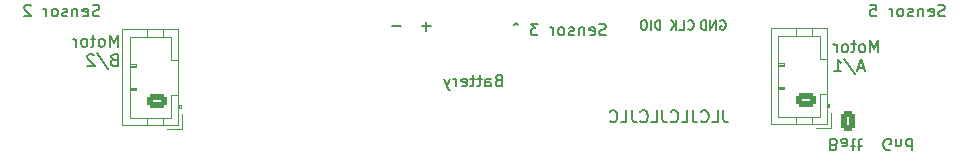
<source format=gbo>
G04 #@! TF.GenerationSoftware,KiCad,Pcbnew,7.0.2-0*
G04 #@! TF.CreationDate,2024-01-02T14:26:46-05:00*
G04 #@! TF.ProjectId,GTV,4754562e-6b69-4636-9164-5f7063625858,rev?*
G04 #@! TF.SameCoordinates,Original*
G04 #@! TF.FileFunction,Legend,Bot*
G04 #@! TF.FilePolarity,Positive*
%FSLAX46Y46*%
G04 Gerber Fmt 4.6, Leading zero omitted, Abs format (unit mm)*
G04 Created by KiCad (PCBNEW 7.0.2-0) date 2024-01-02 14:26:46*
%MOMM*%
%LPD*%
G01*
G04 APERTURE LIST*
G04 Aperture macros list*
%AMRoundRect*
0 Rectangle with rounded corners*
0 $1 Rounding radius*
0 $2 $3 $4 $5 $6 $7 $8 $9 X,Y pos of 4 corners*
0 Add a 4 corners polygon primitive as box body*
4,1,4,$2,$3,$4,$5,$6,$7,$8,$9,$2,$3,0*
0 Add four circle primitives for the rounded corners*
1,1,$1+$1,$2,$3*
1,1,$1+$1,$4,$5*
1,1,$1+$1,$6,$7*
1,1,$1+$1,$8,$9*
0 Add four rect primitives between the rounded corners*
20,1,$1+$1,$2,$3,$4,$5,0*
20,1,$1+$1,$4,$5,$6,$7,0*
20,1,$1+$1,$6,$7,$8,$9,0*
20,1,$1+$1,$8,$9,$2,$3,0*%
G04 Aperture macros list end*
%ADD10C,0.150000*%
%ADD11C,0.120000*%
%ADD12R,1.700000X1.700000*%
%ADD13O,1.700000X1.700000*%
%ADD14RoundRect,0.250000X-0.350000X-0.625000X0.350000X-0.625000X0.350000X0.625000X-0.350000X0.625000X0*%
%ADD15O,1.200000X1.750000*%
%ADD16RoundRect,0.250000X0.625000X-0.350000X0.625000X0.350000X-0.625000X0.350000X-0.625000X-0.350000X0*%
%ADD17O,1.750000X1.200000*%
G04 APERTURE END LIST*
D10*
X178109523Y-108630000D02*
X177966666Y-108677619D01*
X177966666Y-108677619D02*
X177728571Y-108677619D01*
X177728571Y-108677619D02*
X177633333Y-108630000D01*
X177633333Y-108630000D02*
X177585714Y-108582380D01*
X177585714Y-108582380D02*
X177538095Y-108487142D01*
X177538095Y-108487142D02*
X177538095Y-108391904D01*
X177538095Y-108391904D02*
X177585714Y-108296666D01*
X177585714Y-108296666D02*
X177633333Y-108249047D01*
X177633333Y-108249047D02*
X177728571Y-108201428D01*
X177728571Y-108201428D02*
X177919047Y-108153809D01*
X177919047Y-108153809D02*
X178014285Y-108106190D01*
X178014285Y-108106190D02*
X178061904Y-108058571D01*
X178061904Y-108058571D02*
X178109523Y-107963333D01*
X178109523Y-107963333D02*
X178109523Y-107868095D01*
X178109523Y-107868095D02*
X178061904Y-107772857D01*
X178061904Y-107772857D02*
X178014285Y-107725238D01*
X178014285Y-107725238D02*
X177919047Y-107677619D01*
X177919047Y-107677619D02*
X177680952Y-107677619D01*
X177680952Y-107677619D02*
X177538095Y-107725238D01*
X176728571Y-108630000D02*
X176823809Y-108677619D01*
X176823809Y-108677619D02*
X177014285Y-108677619D01*
X177014285Y-108677619D02*
X177109523Y-108630000D01*
X177109523Y-108630000D02*
X177157142Y-108534761D01*
X177157142Y-108534761D02*
X177157142Y-108153809D01*
X177157142Y-108153809D02*
X177109523Y-108058571D01*
X177109523Y-108058571D02*
X177014285Y-108010952D01*
X177014285Y-108010952D02*
X176823809Y-108010952D01*
X176823809Y-108010952D02*
X176728571Y-108058571D01*
X176728571Y-108058571D02*
X176680952Y-108153809D01*
X176680952Y-108153809D02*
X176680952Y-108249047D01*
X176680952Y-108249047D02*
X177157142Y-108344285D01*
X176252380Y-108010952D02*
X176252380Y-108677619D01*
X176252380Y-108106190D02*
X176204761Y-108058571D01*
X176204761Y-108058571D02*
X176109523Y-108010952D01*
X176109523Y-108010952D02*
X175966666Y-108010952D01*
X175966666Y-108010952D02*
X175871428Y-108058571D01*
X175871428Y-108058571D02*
X175823809Y-108153809D01*
X175823809Y-108153809D02*
X175823809Y-108677619D01*
X175395237Y-108630000D02*
X175299999Y-108677619D01*
X175299999Y-108677619D02*
X175109523Y-108677619D01*
X175109523Y-108677619D02*
X175014285Y-108630000D01*
X175014285Y-108630000D02*
X174966666Y-108534761D01*
X174966666Y-108534761D02*
X174966666Y-108487142D01*
X174966666Y-108487142D02*
X175014285Y-108391904D01*
X175014285Y-108391904D02*
X175109523Y-108344285D01*
X175109523Y-108344285D02*
X175252380Y-108344285D01*
X175252380Y-108344285D02*
X175347618Y-108296666D01*
X175347618Y-108296666D02*
X175395237Y-108201428D01*
X175395237Y-108201428D02*
X175395237Y-108153809D01*
X175395237Y-108153809D02*
X175347618Y-108058571D01*
X175347618Y-108058571D02*
X175252380Y-108010952D01*
X175252380Y-108010952D02*
X175109523Y-108010952D01*
X175109523Y-108010952D02*
X175014285Y-108058571D01*
X174395237Y-108677619D02*
X174490475Y-108630000D01*
X174490475Y-108630000D02*
X174538094Y-108582380D01*
X174538094Y-108582380D02*
X174585713Y-108487142D01*
X174585713Y-108487142D02*
X174585713Y-108201428D01*
X174585713Y-108201428D02*
X174538094Y-108106190D01*
X174538094Y-108106190D02*
X174490475Y-108058571D01*
X174490475Y-108058571D02*
X174395237Y-108010952D01*
X174395237Y-108010952D02*
X174252380Y-108010952D01*
X174252380Y-108010952D02*
X174157142Y-108058571D01*
X174157142Y-108058571D02*
X174109523Y-108106190D01*
X174109523Y-108106190D02*
X174061904Y-108201428D01*
X174061904Y-108201428D02*
X174061904Y-108487142D01*
X174061904Y-108487142D02*
X174109523Y-108582380D01*
X174109523Y-108582380D02*
X174157142Y-108630000D01*
X174157142Y-108630000D02*
X174252380Y-108677619D01*
X174252380Y-108677619D02*
X174395237Y-108677619D01*
X173633332Y-108677619D02*
X173633332Y-108010952D01*
X173633332Y-108201428D02*
X173585713Y-108106190D01*
X173585713Y-108106190D02*
X173538094Y-108058571D01*
X173538094Y-108058571D02*
X173442856Y-108010952D01*
X173442856Y-108010952D02*
X173347618Y-108010952D01*
X172347617Y-107677619D02*
X171728570Y-107677619D01*
X171728570Y-107677619D02*
X172061903Y-108058571D01*
X172061903Y-108058571D02*
X171919046Y-108058571D01*
X171919046Y-108058571D02*
X171823808Y-108106190D01*
X171823808Y-108106190D02*
X171776189Y-108153809D01*
X171776189Y-108153809D02*
X171728570Y-108249047D01*
X171728570Y-108249047D02*
X171728570Y-108487142D01*
X171728570Y-108487142D02*
X171776189Y-108582380D01*
X171776189Y-108582380D02*
X171823808Y-108630000D01*
X171823808Y-108630000D02*
X171919046Y-108677619D01*
X171919046Y-108677619D02*
X172204760Y-108677619D01*
X172204760Y-108677619D02*
X172299998Y-108630000D01*
X172299998Y-108630000D02*
X172347617Y-108582380D01*
X170680950Y-107772857D02*
X170490474Y-107630000D01*
X170490474Y-107630000D02*
X170299998Y-107772857D01*
X185052380Y-108125904D02*
X185090476Y-108164000D01*
X185090476Y-108164000D02*
X185204761Y-108202095D01*
X185204761Y-108202095D02*
X185280952Y-108202095D01*
X185280952Y-108202095D02*
X185395238Y-108164000D01*
X185395238Y-108164000D02*
X185471428Y-108087809D01*
X185471428Y-108087809D02*
X185509523Y-108011619D01*
X185509523Y-108011619D02*
X185547619Y-107859238D01*
X185547619Y-107859238D02*
X185547619Y-107744952D01*
X185547619Y-107744952D02*
X185509523Y-107592571D01*
X185509523Y-107592571D02*
X185471428Y-107516380D01*
X185471428Y-107516380D02*
X185395238Y-107440190D01*
X185395238Y-107440190D02*
X185280952Y-107402095D01*
X185280952Y-107402095D02*
X185204761Y-107402095D01*
X185204761Y-107402095D02*
X185090476Y-107440190D01*
X185090476Y-107440190D02*
X185052380Y-107478285D01*
X184328571Y-108202095D02*
X184709523Y-108202095D01*
X184709523Y-108202095D02*
X184709523Y-107402095D01*
X184061904Y-108202095D02*
X184061904Y-107402095D01*
X183604761Y-108202095D02*
X183947619Y-107744952D01*
X183604761Y-107402095D02*
X184061904Y-107859238D01*
X201154762Y-110097619D02*
X201154762Y-109097619D01*
X201154762Y-109097619D02*
X200821429Y-109811904D01*
X200821429Y-109811904D02*
X200488096Y-109097619D01*
X200488096Y-109097619D02*
X200488096Y-110097619D01*
X199869048Y-110097619D02*
X199964286Y-110050000D01*
X199964286Y-110050000D02*
X200011905Y-110002380D01*
X200011905Y-110002380D02*
X200059524Y-109907142D01*
X200059524Y-109907142D02*
X200059524Y-109621428D01*
X200059524Y-109621428D02*
X200011905Y-109526190D01*
X200011905Y-109526190D02*
X199964286Y-109478571D01*
X199964286Y-109478571D02*
X199869048Y-109430952D01*
X199869048Y-109430952D02*
X199726191Y-109430952D01*
X199726191Y-109430952D02*
X199630953Y-109478571D01*
X199630953Y-109478571D02*
X199583334Y-109526190D01*
X199583334Y-109526190D02*
X199535715Y-109621428D01*
X199535715Y-109621428D02*
X199535715Y-109907142D01*
X199535715Y-109907142D02*
X199583334Y-110002380D01*
X199583334Y-110002380D02*
X199630953Y-110050000D01*
X199630953Y-110050000D02*
X199726191Y-110097619D01*
X199726191Y-110097619D02*
X199869048Y-110097619D01*
X199250000Y-109430952D02*
X198869048Y-109430952D01*
X199107143Y-109097619D02*
X199107143Y-109954761D01*
X199107143Y-109954761D02*
X199059524Y-110050000D01*
X199059524Y-110050000D02*
X198964286Y-110097619D01*
X198964286Y-110097619D02*
X198869048Y-110097619D01*
X198392857Y-110097619D02*
X198488095Y-110050000D01*
X198488095Y-110050000D02*
X198535714Y-110002380D01*
X198535714Y-110002380D02*
X198583333Y-109907142D01*
X198583333Y-109907142D02*
X198583333Y-109621428D01*
X198583333Y-109621428D02*
X198535714Y-109526190D01*
X198535714Y-109526190D02*
X198488095Y-109478571D01*
X198488095Y-109478571D02*
X198392857Y-109430952D01*
X198392857Y-109430952D02*
X198250000Y-109430952D01*
X198250000Y-109430952D02*
X198154762Y-109478571D01*
X198154762Y-109478571D02*
X198107143Y-109526190D01*
X198107143Y-109526190D02*
X198059524Y-109621428D01*
X198059524Y-109621428D02*
X198059524Y-109907142D01*
X198059524Y-109907142D02*
X198107143Y-110002380D01*
X198107143Y-110002380D02*
X198154762Y-110050000D01*
X198154762Y-110050000D02*
X198250000Y-110097619D01*
X198250000Y-110097619D02*
X198392857Y-110097619D01*
X197630952Y-110097619D02*
X197630952Y-109430952D01*
X197630952Y-109621428D02*
X197583333Y-109526190D01*
X197583333Y-109526190D02*
X197535714Y-109478571D01*
X197535714Y-109478571D02*
X197440476Y-109430952D01*
X197440476Y-109430952D02*
X197345238Y-109430952D01*
X199916666Y-111431904D02*
X199440476Y-111431904D01*
X200011904Y-111717619D02*
X199678571Y-110717619D01*
X199678571Y-110717619D02*
X199345238Y-111717619D01*
X198297619Y-110670000D02*
X199154761Y-111955714D01*
X197440476Y-111717619D02*
X198011904Y-111717619D01*
X197726190Y-111717619D02*
X197726190Y-110717619D01*
X197726190Y-110717619D02*
X197821428Y-110860476D01*
X197821428Y-110860476D02*
X197916666Y-110955714D01*
X197916666Y-110955714D02*
X198011904Y-111003333D01*
X206809523Y-107030000D02*
X206666666Y-107077619D01*
X206666666Y-107077619D02*
X206428571Y-107077619D01*
X206428571Y-107077619D02*
X206333333Y-107030000D01*
X206333333Y-107030000D02*
X206285714Y-106982380D01*
X206285714Y-106982380D02*
X206238095Y-106887142D01*
X206238095Y-106887142D02*
X206238095Y-106791904D01*
X206238095Y-106791904D02*
X206285714Y-106696666D01*
X206285714Y-106696666D02*
X206333333Y-106649047D01*
X206333333Y-106649047D02*
X206428571Y-106601428D01*
X206428571Y-106601428D02*
X206619047Y-106553809D01*
X206619047Y-106553809D02*
X206714285Y-106506190D01*
X206714285Y-106506190D02*
X206761904Y-106458571D01*
X206761904Y-106458571D02*
X206809523Y-106363333D01*
X206809523Y-106363333D02*
X206809523Y-106268095D01*
X206809523Y-106268095D02*
X206761904Y-106172857D01*
X206761904Y-106172857D02*
X206714285Y-106125238D01*
X206714285Y-106125238D02*
X206619047Y-106077619D01*
X206619047Y-106077619D02*
X206380952Y-106077619D01*
X206380952Y-106077619D02*
X206238095Y-106125238D01*
X205428571Y-107030000D02*
X205523809Y-107077619D01*
X205523809Y-107077619D02*
X205714285Y-107077619D01*
X205714285Y-107077619D02*
X205809523Y-107030000D01*
X205809523Y-107030000D02*
X205857142Y-106934761D01*
X205857142Y-106934761D02*
X205857142Y-106553809D01*
X205857142Y-106553809D02*
X205809523Y-106458571D01*
X205809523Y-106458571D02*
X205714285Y-106410952D01*
X205714285Y-106410952D02*
X205523809Y-106410952D01*
X205523809Y-106410952D02*
X205428571Y-106458571D01*
X205428571Y-106458571D02*
X205380952Y-106553809D01*
X205380952Y-106553809D02*
X205380952Y-106649047D01*
X205380952Y-106649047D02*
X205857142Y-106744285D01*
X204952380Y-106410952D02*
X204952380Y-107077619D01*
X204952380Y-106506190D02*
X204904761Y-106458571D01*
X204904761Y-106458571D02*
X204809523Y-106410952D01*
X204809523Y-106410952D02*
X204666666Y-106410952D01*
X204666666Y-106410952D02*
X204571428Y-106458571D01*
X204571428Y-106458571D02*
X204523809Y-106553809D01*
X204523809Y-106553809D02*
X204523809Y-107077619D01*
X204095237Y-107030000D02*
X203999999Y-107077619D01*
X203999999Y-107077619D02*
X203809523Y-107077619D01*
X203809523Y-107077619D02*
X203714285Y-107030000D01*
X203714285Y-107030000D02*
X203666666Y-106934761D01*
X203666666Y-106934761D02*
X203666666Y-106887142D01*
X203666666Y-106887142D02*
X203714285Y-106791904D01*
X203714285Y-106791904D02*
X203809523Y-106744285D01*
X203809523Y-106744285D02*
X203952380Y-106744285D01*
X203952380Y-106744285D02*
X204047618Y-106696666D01*
X204047618Y-106696666D02*
X204095237Y-106601428D01*
X204095237Y-106601428D02*
X204095237Y-106553809D01*
X204095237Y-106553809D02*
X204047618Y-106458571D01*
X204047618Y-106458571D02*
X203952380Y-106410952D01*
X203952380Y-106410952D02*
X203809523Y-106410952D01*
X203809523Y-106410952D02*
X203714285Y-106458571D01*
X203095237Y-107077619D02*
X203190475Y-107030000D01*
X203190475Y-107030000D02*
X203238094Y-106982380D01*
X203238094Y-106982380D02*
X203285713Y-106887142D01*
X203285713Y-106887142D02*
X203285713Y-106601428D01*
X203285713Y-106601428D02*
X203238094Y-106506190D01*
X203238094Y-106506190D02*
X203190475Y-106458571D01*
X203190475Y-106458571D02*
X203095237Y-106410952D01*
X203095237Y-106410952D02*
X202952380Y-106410952D01*
X202952380Y-106410952D02*
X202857142Y-106458571D01*
X202857142Y-106458571D02*
X202809523Y-106506190D01*
X202809523Y-106506190D02*
X202761904Y-106601428D01*
X202761904Y-106601428D02*
X202761904Y-106887142D01*
X202761904Y-106887142D02*
X202809523Y-106982380D01*
X202809523Y-106982380D02*
X202857142Y-107030000D01*
X202857142Y-107030000D02*
X202952380Y-107077619D01*
X202952380Y-107077619D02*
X203095237Y-107077619D01*
X202333332Y-107077619D02*
X202333332Y-106410952D01*
X202333332Y-106601428D02*
X202285713Y-106506190D01*
X202285713Y-106506190D02*
X202238094Y-106458571D01*
X202238094Y-106458571D02*
X202142856Y-106410952D01*
X202142856Y-106410952D02*
X202047618Y-106410952D01*
X200476189Y-106077619D02*
X200952379Y-106077619D01*
X200952379Y-106077619D02*
X200999998Y-106553809D01*
X200999998Y-106553809D02*
X200952379Y-106506190D01*
X200952379Y-106506190D02*
X200857141Y-106458571D01*
X200857141Y-106458571D02*
X200619046Y-106458571D01*
X200619046Y-106458571D02*
X200523808Y-106506190D01*
X200523808Y-106506190D02*
X200476189Y-106553809D01*
X200476189Y-106553809D02*
X200428570Y-106649047D01*
X200428570Y-106649047D02*
X200428570Y-106887142D01*
X200428570Y-106887142D02*
X200476189Y-106982380D01*
X200476189Y-106982380D02*
X200523808Y-107030000D01*
X200523808Y-107030000D02*
X200619046Y-107077619D01*
X200619046Y-107077619D02*
X200857141Y-107077619D01*
X200857141Y-107077619D02*
X200952379Y-107030000D01*
X200952379Y-107030000D02*
X200999998Y-106982380D01*
X182709523Y-108202095D02*
X182709523Y-107402095D01*
X182709523Y-107402095D02*
X182519047Y-107402095D01*
X182519047Y-107402095D02*
X182404761Y-107440190D01*
X182404761Y-107440190D02*
X182328571Y-107516380D01*
X182328571Y-107516380D02*
X182290476Y-107592571D01*
X182290476Y-107592571D02*
X182252380Y-107744952D01*
X182252380Y-107744952D02*
X182252380Y-107859238D01*
X182252380Y-107859238D02*
X182290476Y-108011619D01*
X182290476Y-108011619D02*
X182328571Y-108087809D01*
X182328571Y-108087809D02*
X182404761Y-108164000D01*
X182404761Y-108164000D02*
X182519047Y-108202095D01*
X182519047Y-108202095D02*
X182709523Y-108202095D01*
X181909523Y-108202095D02*
X181909523Y-107402095D01*
X181376190Y-107402095D02*
X181223809Y-107402095D01*
X181223809Y-107402095D02*
X181147619Y-107440190D01*
X181147619Y-107440190D02*
X181071428Y-107516380D01*
X181071428Y-107516380D02*
X181033333Y-107668761D01*
X181033333Y-107668761D02*
X181033333Y-107935428D01*
X181033333Y-107935428D02*
X181071428Y-108087809D01*
X181071428Y-108087809D02*
X181147619Y-108164000D01*
X181147619Y-108164000D02*
X181223809Y-108202095D01*
X181223809Y-108202095D02*
X181376190Y-108202095D01*
X181376190Y-108202095D02*
X181452381Y-108164000D01*
X181452381Y-108164000D02*
X181528571Y-108087809D01*
X181528571Y-108087809D02*
X181566667Y-107935428D01*
X181566667Y-107935428D02*
X181566667Y-107668761D01*
X181566667Y-107668761D02*
X181528571Y-107516380D01*
X181528571Y-107516380D02*
X181452381Y-107440190D01*
X181452381Y-107440190D02*
X181376190Y-107402095D01*
X197411428Y-117946190D02*
X197554285Y-117898571D01*
X197554285Y-117898571D02*
X197601904Y-117850952D01*
X197601904Y-117850952D02*
X197649523Y-117755714D01*
X197649523Y-117755714D02*
X197649523Y-117612857D01*
X197649523Y-117612857D02*
X197601904Y-117517619D01*
X197601904Y-117517619D02*
X197554285Y-117470000D01*
X197554285Y-117470000D02*
X197459047Y-117422380D01*
X197459047Y-117422380D02*
X197078095Y-117422380D01*
X197078095Y-117422380D02*
X197078095Y-118422380D01*
X197078095Y-118422380D02*
X197411428Y-118422380D01*
X197411428Y-118422380D02*
X197506666Y-118374761D01*
X197506666Y-118374761D02*
X197554285Y-118327142D01*
X197554285Y-118327142D02*
X197601904Y-118231904D01*
X197601904Y-118231904D02*
X197601904Y-118136666D01*
X197601904Y-118136666D02*
X197554285Y-118041428D01*
X197554285Y-118041428D02*
X197506666Y-117993809D01*
X197506666Y-117993809D02*
X197411428Y-117946190D01*
X197411428Y-117946190D02*
X197078095Y-117946190D01*
X198506666Y-117422380D02*
X198506666Y-117946190D01*
X198506666Y-117946190D02*
X198459047Y-118041428D01*
X198459047Y-118041428D02*
X198363809Y-118089047D01*
X198363809Y-118089047D02*
X198173333Y-118089047D01*
X198173333Y-118089047D02*
X198078095Y-118041428D01*
X198506666Y-117470000D02*
X198411428Y-117422380D01*
X198411428Y-117422380D02*
X198173333Y-117422380D01*
X198173333Y-117422380D02*
X198078095Y-117470000D01*
X198078095Y-117470000D02*
X198030476Y-117565238D01*
X198030476Y-117565238D02*
X198030476Y-117660476D01*
X198030476Y-117660476D02*
X198078095Y-117755714D01*
X198078095Y-117755714D02*
X198173333Y-117803333D01*
X198173333Y-117803333D02*
X198411428Y-117803333D01*
X198411428Y-117803333D02*
X198506666Y-117850952D01*
X198840000Y-118089047D02*
X199220952Y-118089047D01*
X198982857Y-118422380D02*
X198982857Y-117565238D01*
X198982857Y-117565238D02*
X199030476Y-117470000D01*
X199030476Y-117470000D02*
X199125714Y-117422380D01*
X199125714Y-117422380D02*
X199220952Y-117422380D01*
X199411429Y-118089047D02*
X199792381Y-118089047D01*
X199554286Y-118422380D02*
X199554286Y-117565238D01*
X199554286Y-117565238D02*
X199601905Y-117470000D01*
X199601905Y-117470000D02*
X199697143Y-117422380D01*
X199697143Y-117422380D02*
X199792381Y-117422380D01*
X202173334Y-118374761D02*
X202078096Y-118422380D01*
X202078096Y-118422380D02*
X201935239Y-118422380D01*
X201935239Y-118422380D02*
X201792382Y-118374761D01*
X201792382Y-118374761D02*
X201697144Y-118279523D01*
X201697144Y-118279523D02*
X201649525Y-118184285D01*
X201649525Y-118184285D02*
X201601906Y-117993809D01*
X201601906Y-117993809D02*
X201601906Y-117850952D01*
X201601906Y-117850952D02*
X201649525Y-117660476D01*
X201649525Y-117660476D02*
X201697144Y-117565238D01*
X201697144Y-117565238D02*
X201792382Y-117470000D01*
X201792382Y-117470000D02*
X201935239Y-117422380D01*
X201935239Y-117422380D02*
X202030477Y-117422380D01*
X202030477Y-117422380D02*
X202173334Y-117470000D01*
X202173334Y-117470000D02*
X202220953Y-117517619D01*
X202220953Y-117517619D02*
X202220953Y-117850952D01*
X202220953Y-117850952D02*
X202030477Y-117850952D01*
X202649525Y-118089047D02*
X202649525Y-117422380D01*
X202649525Y-117993809D02*
X202697144Y-118041428D01*
X202697144Y-118041428D02*
X202792382Y-118089047D01*
X202792382Y-118089047D02*
X202935239Y-118089047D01*
X202935239Y-118089047D02*
X203030477Y-118041428D01*
X203030477Y-118041428D02*
X203078096Y-117946190D01*
X203078096Y-117946190D02*
X203078096Y-117422380D01*
X203982858Y-117422380D02*
X203982858Y-118422380D01*
X203982858Y-117470000D02*
X203887620Y-117422380D01*
X203887620Y-117422380D02*
X203697144Y-117422380D01*
X203697144Y-117422380D02*
X203601906Y-117470000D01*
X203601906Y-117470000D02*
X203554287Y-117517619D01*
X203554287Y-117517619D02*
X203506668Y-117612857D01*
X203506668Y-117612857D02*
X203506668Y-117898571D01*
X203506668Y-117898571D02*
X203554287Y-117993809D01*
X203554287Y-117993809D02*
X203601906Y-118041428D01*
X203601906Y-118041428D02*
X203697144Y-118089047D01*
X203697144Y-118089047D02*
X203887620Y-118089047D01*
X203887620Y-118089047D02*
X203982858Y-118041428D01*
X168998571Y-112483809D02*
X168855714Y-112531428D01*
X168855714Y-112531428D02*
X168808095Y-112579047D01*
X168808095Y-112579047D02*
X168760476Y-112674285D01*
X168760476Y-112674285D02*
X168760476Y-112817142D01*
X168760476Y-112817142D02*
X168808095Y-112912380D01*
X168808095Y-112912380D02*
X168855714Y-112960000D01*
X168855714Y-112960000D02*
X168950952Y-113007619D01*
X168950952Y-113007619D02*
X169331904Y-113007619D01*
X169331904Y-113007619D02*
X169331904Y-112007619D01*
X169331904Y-112007619D02*
X168998571Y-112007619D01*
X168998571Y-112007619D02*
X168903333Y-112055238D01*
X168903333Y-112055238D02*
X168855714Y-112102857D01*
X168855714Y-112102857D02*
X168808095Y-112198095D01*
X168808095Y-112198095D02*
X168808095Y-112293333D01*
X168808095Y-112293333D02*
X168855714Y-112388571D01*
X168855714Y-112388571D02*
X168903333Y-112436190D01*
X168903333Y-112436190D02*
X168998571Y-112483809D01*
X168998571Y-112483809D02*
X169331904Y-112483809D01*
X167903333Y-113007619D02*
X167903333Y-112483809D01*
X167903333Y-112483809D02*
X167950952Y-112388571D01*
X167950952Y-112388571D02*
X168046190Y-112340952D01*
X168046190Y-112340952D02*
X168236666Y-112340952D01*
X168236666Y-112340952D02*
X168331904Y-112388571D01*
X167903333Y-112960000D02*
X167998571Y-113007619D01*
X167998571Y-113007619D02*
X168236666Y-113007619D01*
X168236666Y-113007619D02*
X168331904Y-112960000D01*
X168331904Y-112960000D02*
X168379523Y-112864761D01*
X168379523Y-112864761D02*
X168379523Y-112769523D01*
X168379523Y-112769523D02*
X168331904Y-112674285D01*
X168331904Y-112674285D02*
X168236666Y-112626666D01*
X168236666Y-112626666D02*
X167998571Y-112626666D01*
X167998571Y-112626666D02*
X167903333Y-112579047D01*
X167569999Y-112340952D02*
X167189047Y-112340952D01*
X167427142Y-112007619D02*
X167427142Y-112864761D01*
X167427142Y-112864761D02*
X167379523Y-112960000D01*
X167379523Y-112960000D02*
X167284285Y-113007619D01*
X167284285Y-113007619D02*
X167189047Y-113007619D01*
X166998570Y-112340952D02*
X166617618Y-112340952D01*
X166855713Y-112007619D02*
X166855713Y-112864761D01*
X166855713Y-112864761D02*
X166808094Y-112960000D01*
X166808094Y-112960000D02*
X166712856Y-113007619D01*
X166712856Y-113007619D02*
X166617618Y-113007619D01*
X165903332Y-112960000D02*
X165998570Y-113007619D01*
X165998570Y-113007619D02*
X166189046Y-113007619D01*
X166189046Y-113007619D02*
X166284284Y-112960000D01*
X166284284Y-112960000D02*
X166331903Y-112864761D01*
X166331903Y-112864761D02*
X166331903Y-112483809D01*
X166331903Y-112483809D02*
X166284284Y-112388571D01*
X166284284Y-112388571D02*
X166189046Y-112340952D01*
X166189046Y-112340952D02*
X165998570Y-112340952D01*
X165998570Y-112340952D02*
X165903332Y-112388571D01*
X165903332Y-112388571D02*
X165855713Y-112483809D01*
X165855713Y-112483809D02*
X165855713Y-112579047D01*
X165855713Y-112579047D02*
X166331903Y-112674285D01*
X165427141Y-113007619D02*
X165427141Y-112340952D01*
X165427141Y-112531428D02*
X165379522Y-112436190D01*
X165379522Y-112436190D02*
X165331903Y-112388571D01*
X165331903Y-112388571D02*
X165236665Y-112340952D01*
X165236665Y-112340952D02*
X165141427Y-112340952D01*
X164903331Y-112340952D02*
X164665236Y-113007619D01*
X164427141Y-112340952D02*
X164665236Y-113007619D01*
X164665236Y-113007619D02*
X164760474Y-113245714D01*
X164760474Y-113245714D02*
X164808093Y-113293333D01*
X164808093Y-113293333D02*
X164903331Y-113340952D01*
X188026190Y-115037619D02*
X188026190Y-115751904D01*
X188026190Y-115751904D02*
X188073809Y-115894761D01*
X188073809Y-115894761D02*
X188169047Y-115990000D01*
X188169047Y-115990000D02*
X188311904Y-116037619D01*
X188311904Y-116037619D02*
X188407142Y-116037619D01*
X187073809Y-116037619D02*
X187549999Y-116037619D01*
X187549999Y-116037619D02*
X187549999Y-115037619D01*
X186169047Y-115942380D02*
X186216666Y-115990000D01*
X186216666Y-115990000D02*
X186359523Y-116037619D01*
X186359523Y-116037619D02*
X186454761Y-116037619D01*
X186454761Y-116037619D02*
X186597618Y-115990000D01*
X186597618Y-115990000D02*
X186692856Y-115894761D01*
X186692856Y-115894761D02*
X186740475Y-115799523D01*
X186740475Y-115799523D02*
X186788094Y-115609047D01*
X186788094Y-115609047D02*
X186788094Y-115466190D01*
X186788094Y-115466190D02*
X186740475Y-115275714D01*
X186740475Y-115275714D02*
X186692856Y-115180476D01*
X186692856Y-115180476D02*
X186597618Y-115085238D01*
X186597618Y-115085238D02*
X186454761Y-115037619D01*
X186454761Y-115037619D02*
X186359523Y-115037619D01*
X186359523Y-115037619D02*
X186216666Y-115085238D01*
X186216666Y-115085238D02*
X186169047Y-115132857D01*
X185454761Y-115037619D02*
X185454761Y-115751904D01*
X185454761Y-115751904D02*
X185502380Y-115894761D01*
X185502380Y-115894761D02*
X185597618Y-115990000D01*
X185597618Y-115990000D02*
X185740475Y-116037619D01*
X185740475Y-116037619D02*
X185835713Y-116037619D01*
X184502380Y-116037619D02*
X184978570Y-116037619D01*
X184978570Y-116037619D02*
X184978570Y-115037619D01*
X183597618Y-115942380D02*
X183645237Y-115990000D01*
X183645237Y-115990000D02*
X183788094Y-116037619D01*
X183788094Y-116037619D02*
X183883332Y-116037619D01*
X183883332Y-116037619D02*
X184026189Y-115990000D01*
X184026189Y-115990000D02*
X184121427Y-115894761D01*
X184121427Y-115894761D02*
X184169046Y-115799523D01*
X184169046Y-115799523D02*
X184216665Y-115609047D01*
X184216665Y-115609047D02*
X184216665Y-115466190D01*
X184216665Y-115466190D02*
X184169046Y-115275714D01*
X184169046Y-115275714D02*
X184121427Y-115180476D01*
X184121427Y-115180476D02*
X184026189Y-115085238D01*
X184026189Y-115085238D02*
X183883332Y-115037619D01*
X183883332Y-115037619D02*
X183788094Y-115037619D01*
X183788094Y-115037619D02*
X183645237Y-115085238D01*
X183645237Y-115085238D02*
X183597618Y-115132857D01*
X182883332Y-115037619D02*
X182883332Y-115751904D01*
X182883332Y-115751904D02*
X182930951Y-115894761D01*
X182930951Y-115894761D02*
X183026189Y-115990000D01*
X183026189Y-115990000D02*
X183169046Y-116037619D01*
X183169046Y-116037619D02*
X183264284Y-116037619D01*
X181930951Y-116037619D02*
X182407141Y-116037619D01*
X182407141Y-116037619D02*
X182407141Y-115037619D01*
X181026189Y-115942380D02*
X181073808Y-115990000D01*
X181073808Y-115990000D02*
X181216665Y-116037619D01*
X181216665Y-116037619D02*
X181311903Y-116037619D01*
X181311903Y-116037619D02*
X181454760Y-115990000D01*
X181454760Y-115990000D02*
X181549998Y-115894761D01*
X181549998Y-115894761D02*
X181597617Y-115799523D01*
X181597617Y-115799523D02*
X181645236Y-115609047D01*
X181645236Y-115609047D02*
X181645236Y-115466190D01*
X181645236Y-115466190D02*
X181597617Y-115275714D01*
X181597617Y-115275714D02*
X181549998Y-115180476D01*
X181549998Y-115180476D02*
X181454760Y-115085238D01*
X181454760Y-115085238D02*
X181311903Y-115037619D01*
X181311903Y-115037619D02*
X181216665Y-115037619D01*
X181216665Y-115037619D02*
X181073808Y-115085238D01*
X181073808Y-115085238D02*
X181026189Y-115132857D01*
X180311903Y-115037619D02*
X180311903Y-115751904D01*
X180311903Y-115751904D02*
X180359522Y-115894761D01*
X180359522Y-115894761D02*
X180454760Y-115990000D01*
X180454760Y-115990000D02*
X180597617Y-116037619D01*
X180597617Y-116037619D02*
X180692855Y-116037619D01*
X179359522Y-116037619D02*
X179835712Y-116037619D01*
X179835712Y-116037619D02*
X179835712Y-115037619D01*
X178454760Y-115942380D02*
X178502379Y-115990000D01*
X178502379Y-115990000D02*
X178645236Y-116037619D01*
X178645236Y-116037619D02*
X178740474Y-116037619D01*
X178740474Y-116037619D02*
X178883331Y-115990000D01*
X178883331Y-115990000D02*
X178978569Y-115894761D01*
X178978569Y-115894761D02*
X179026188Y-115799523D01*
X179026188Y-115799523D02*
X179073807Y-115609047D01*
X179073807Y-115609047D02*
X179073807Y-115466190D01*
X179073807Y-115466190D02*
X179026188Y-115275714D01*
X179026188Y-115275714D02*
X178978569Y-115180476D01*
X178978569Y-115180476D02*
X178883331Y-115085238D01*
X178883331Y-115085238D02*
X178740474Y-115037619D01*
X178740474Y-115037619D02*
X178645236Y-115037619D01*
X178645236Y-115037619D02*
X178502379Y-115085238D01*
X178502379Y-115085238D02*
X178454760Y-115132857D01*
X136761904Y-109637619D02*
X136761904Y-108637619D01*
X136761904Y-108637619D02*
X136428571Y-109351904D01*
X136428571Y-109351904D02*
X136095238Y-108637619D01*
X136095238Y-108637619D02*
X136095238Y-109637619D01*
X135476190Y-109637619D02*
X135571428Y-109590000D01*
X135571428Y-109590000D02*
X135619047Y-109542380D01*
X135619047Y-109542380D02*
X135666666Y-109447142D01*
X135666666Y-109447142D02*
X135666666Y-109161428D01*
X135666666Y-109161428D02*
X135619047Y-109066190D01*
X135619047Y-109066190D02*
X135571428Y-109018571D01*
X135571428Y-109018571D02*
X135476190Y-108970952D01*
X135476190Y-108970952D02*
X135333333Y-108970952D01*
X135333333Y-108970952D02*
X135238095Y-109018571D01*
X135238095Y-109018571D02*
X135190476Y-109066190D01*
X135190476Y-109066190D02*
X135142857Y-109161428D01*
X135142857Y-109161428D02*
X135142857Y-109447142D01*
X135142857Y-109447142D02*
X135190476Y-109542380D01*
X135190476Y-109542380D02*
X135238095Y-109590000D01*
X135238095Y-109590000D02*
X135333333Y-109637619D01*
X135333333Y-109637619D02*
X135476190Y-109637619D01*
X134857142Y-108970952D02*
X134476190Y-108970952D01*
X134714285Y-108637619D02*
X134714285Y-109494761D01*
X134714285Y-109494761D02*
X134666666Y-109590000D01*
X134666666Y-109590000D02*
X134571428Y-109637619D01*
X134571428Y-109637619D02*
X134476190Y-109637619D01*
X133999999Y-109637619D02*
X134095237Y-109590000D01*
X134095237Y-109590000D02*
X134142856Y-109542380D01*
X134142856Y-109542380D02*
X134190475Y-109447142D01*
X134190475Y-109447142D02*
X134190475Y-109161428D01*
X134190475Y-109161428D02*
X134142856Y-109066190D01*
X134142856Y-109066190D02*
X134095237Y-109018571D01*
X134095237Y-109018571D02*
X133999999Y-108970952D01*
X133999999Y-108970952D02*
X133857142Y-108970952D01*
X133857142Y-108970952D02*
X133761904Y-109018571D01*
X133761904Y-109018571D02*
X133714285Y-109066190D01*
X133714285Y-109066190D02*
X133666666Y-109161428D01*
X133666666Y-109161428D02*
X133666666Y-109447142D01*
X133666666Y-109447142D02*
X133714285Y-109542380D01*
X133714285Y-109542380D02*
X133761904Y-109590000D01*
X133761904Y-109590000D02*
X133857142Y-109637619D01*
X133857142Y-109637619D02*
X133999999Y-109637619D01*
X133238094Y-109637619D02*
X133238094Y-108970952D01*
X133238094Y-109161428D02*
X133190475Y-109066190D01*
X133190475Y-109066190D02*
X133142856Y-109018571D01*
X133142856Y-109018571D02*
X133047618Y-108970952D01*
X133047618Y-108970952D02*
X132952380Y-108970952D01*
X136428571Y-110733809D02*
X136285714Y-110781428D01*
X136285714Y-110781428D02*
X136238095Y-110829047D01*
X136238095Y-110829047D02*
X136190476Y-110924285D01*
X136190476Y-110924285D02*
X136190476Y-111067142D01*
X136190476Y-111067142D02*
X136238095Y-111162380D01*
X136238095Y-111162380D02*
X136285714Y-111210000D01*
X136285714Y-111210000D02*
X136380952Y-111257619D01*
X136380952Y-111257619D02*
X136761904Y-111257619D01*
X136761904Y-111257619D02*
X136761904Y-110257619D01*
X136761904Y-110257619D02*
X136428571Y-110257619D01*
X136428571Y-110257619D02*
X136333333Y-110305238D01*
X136333333Y-110305238D02*
X136285714Y-110352857D01*
X136285714Y-110352857D02*
X136238095Y-110448095D01*
X136238095Y-110448095D02*
X136238095Y-110543333D01*
X136238095Y-110543333D02*
X136285714Y-110638571D01*
X136285714Y-110638571D02*
X136333333Y-110686190D01*
X136333333Y-110686190D02*
X136428571Y-110733809D01*
X136428571Y-110733809D02*
X136761904Y-110733809D01*
X135047619Y-110210000D02*
X135904761Y-111495714D01*
X134761904Y-110352857D02*
X134714285Y-110305238D01*
X134714285Y-110305238D02*
X134619047Y-110257619D01*
X134619047Y-110257619D02*
X134380952Y-110257619D01*
X134380952Y-110257619D02*
X134285714Y-110305238D01*
X134285714Y-110305238D02*
X134238095Y-110352857D01*
X134238095Y-110352857D02*
X134190476Y-110448095D01*
X134190476Y-110448095D02*
X134190476Y-110543333D01*
X134190476Y-110543333D02*
X134238095Y-110686190D01*
X134238095Y-110686190D02*
X134809523Y-111257619D01*
X134809523Y-111257619D02*
X134190476Y-111257619D01*
X135209523Y-107030000D02*
X135066666Y-107077619D01*
X135066666Y-107077619D02*
X134828571Y-107077619D01*
X134828571Y-107077619D02*
X134733333Y-107030000D01*
X134733333Y-107030000D02*
X134685714Y-106982380D01*
X134685714Y-106982380D02*
X134638095Y-106887142D01*
X134638095Y-106887142D02*
X134638095Y-106791904D01*
X134638095Y-106791904D02*
X134685714Y-106696666D01*
X134685714Y-106696666D02*
X134733333Y-106649047D01*
X134733333Y-106649047D02*
X134828571Y-106601428D01*
X134828571Y-106601428D02*
X135019047Y-106553809D01*
X135019047Y-106553809D02*
X135114285Y-106506190D01*
X135114285Y-106506190D02*
X135161904Y-106458571D01*
X135161904Y-106458571D02*
X135209523Y-106363333D01*
X135209523Y-106363333D02*
X135209523Y-106268095D01*
X135209523Y-106268095D02*
X135161904Y-106172857D01*
X135161904Y-106172857D02*
X135114285Y-106125238D01*
X135114285Y-106125238D02*
X135019047Y-106077619D01*
X135019047Y-106077619D02*
X134780952Y-106077619D01*
X134780952Y-106077619D02*
X134638095Y-106125238D01*
X133828571Y-107030000D02*
X133923809Y-107077619D01*
X133923809Y-107077619D02*
X134114285Y-107077619D01*
X134114285Y-107077619D02*
X134209523Y-107030000D01*
X134209523Y-107030000D02*
X134257142Y-106934761D01*
X134257142Y-106934761D02*
X134257142Y-106553809D01*
X134257142Y-106553809D02*
X134209523Y-106458571D01*
X134209523Y-106458571D02*
X134114285Y-106410952D01*
X134114285Y-106410952D02*
X133923809Y-106410952D01*
X133923809Y-106410952D02*
X133828571Y-106458571D01*
X133828571Y-106458571D02*
X133780952Y-106553809D01*
X133780952Y-106553809D02*
X133780952Y-106649047D01*
X133780952Y-106649047D02*
X134257142Y-106744285D01*
X133352380Y-106410952D02*
X133352380Y-107077619D01*
X133352380Y-106506190D02*
X133304761Y-106458571D01*
X133304761Y-106458571D02*
X133209523Y-106410952D01*
X133209523Y-106410952D02*
X133066666Y-106410952D01*
X133066666Y-106410952D02*
X132971428Y-106458571D01*
X132971428Y-106458571D02*
X132923809Y-106553809D01*
X132923809Y-106553809D02*
X132923809Y-107077619D01*
X132495237Y-107030000D02*
X132399999Y-107077619D01*
X132399999Y-107077619D02*
X132209523Y-107077619D01*
X132209523Y-107077619D02*
X132114285Y-107030000D01*
X132114285Y-107030000D02*
X132066666Y-106934761D01*
X132066666Y-106934761D02*
X132066666Y-106887142D01*
X132066666Y-106887142D02*
X132114285Y-106791904D01*
X132114285Y-106791904D02*
X132209523Y-106744285D01*
X132209523Y-106744285D02*
X132352380Y-106744285D01*
X132352380Y-106744285D02*
X132447618Y-106696666D01*
X132447618Y-106696666D02*
X132495237Y-106601428D01*
X132495237Y-106601428D02*
X132495237Y-106553809D01*
X132495237Y-106553809D02*
X132447618Y-106458571D01*
X132447618Y-106458571D02*
X132352380Y-106410952D01*
X132352380Y-106410952D02*
X132209523Y-106410952D01*
X132209523Y-106410952D02*
X132114285Y-106458571D01*
X131495237Y-107077619D02*
X131590475Y-107030000D01*
X131590475Y-107030000D02*
X131638094Y-106982380D01*
X131638094Y-106982380D02*
X131685713Y-106887142D01*
X131685713Y-106887142D02*
X131685713Y-106601428D01*
X131685713Y-106601428D02*
X131638094Y-106506190D01*
X131638094Y-106506190D02*
X131590475Y-106458571D01*
X131590475Y-106458571D02*
X131495237Y-106410952D01*
X131495237Y-106410952D02*
X131352380Y-106410952D01*
X131352380Y-106410952D02*
X131257142Y-106458571D01*
X131257142Y-106458571D02*
X131209523Y-106506190D01*
X131209523Y-106506190D02*
X131161904Y-106601428D01*
X131161904Y-106601428D02*
X131161904Y-106887142D01*
X131161904Y-106887142D02*
X131209523Y-106982380D01*
X131209523Y-106982380D02*
X131257142Y-107030000D01*
X131257142Y-107030000D02*
X131352380Y-107077619D01*
X131352380Y-107077619D02*
X131495237Y-107077619D01*
X130733332Y-107077619D02*
X130733332Y-106410952D01*
X130733332Y-106601428D02*
X130685713Y-106506190D01*
X130685713Y-106506190D02*
X130638094Y-106458571D01*
X130638094Y-106458571D02*
X130542856Y-106410952D01*
X130542856Y-106410952D02*
X130447618Y-106410952D01*
X129399998Y-106172857D02*
X129352379Y-106125238D01*
X129352379Y-106125238D02*
X129257141Y-106077619D01*
X129257141Y-106077619D02*
X129019046Y-106077619D01*
X129019046Y-106077619D02*
X128923808Y-106125238D01*
X128923808Y-106125238D02*
X128876189Y-106172857D01*
X128876189Y-106172857D02*
X128828570Y-106268095D01*
X128828570Y-106268095D02*
X128828570Y-106363333D01*
X128828570Y-106363333D02*
X128876189Y-106506190D01*
X128876189Y-106506190D02*
X129447617Y-107077619D01*
X129447617Y-107077619D02*
X128828570Y-107077619D01*
X160761904Y-107903333D02*
X160000000Y-107903333D01*
X187790476Y-107440190D02*
X187866666Y-107402095D01*
X187866666Y-107402095D02*
X187980952Y-107402095D01*
X187980952Y-107402095D02*
X188095238Y-107440190D01*
X188095238Y-107440190D02*
X188171428Y-107516380D01*
X188171428Y-107516380D02*
X188209523Y-107592571D01*
X188209523Y-107592571D02*
X188247619Y-107744952D01*
X188247619Y-107744952D02*
X188247619Y-107859238D01*
X188247619Y-107859238D02*
X188209523Y-108011619D01*
X188209523Y-108011619D02*
X188171428Y-108087809D01*
X188171428Y-108087809D02*
X188095238Y-108164000D01*
X188095238Y-108164000D02*
X187980952Y-108202095D01*
X187980952Y-108202095D02*
X187904761Y-108202095D01*
X187904761Y-108202095D02*
X187790476Y-108164000D01*
X187790476Y-108164000D02*
X187752380Y-108125904D01*
X187752380Y-108125904D02*
X187752380Y-107859238D01*
X187752380Y-107859238D02*
X187904761Y-107859238D01*
X187409523Y-108202095D02*
X187409523Y-107402095D01*
X187409523Y-107402095D02*
X186952380Y-108202095D01*
X186952380Y-108202095D02*
X186952380Y-107402095D01*
X186571428Y-108202095D02*
X186571428Y-107402095D01*
X186571428Y-107402095D02*
X186380952Y-107402095D01*
X186380952Y-107402095D02*
X186266666Y-107440190D01*
X186266666Y-107440190D02*
X186190476Y-107516380D01*
X186190476Y-107516380D02*
X186152381Y-107592571D01*
X186152381Y-107592571D02*
X186114285Y-107744952D01*
X186114285Y-107744952D02*
X186114285Y-107859238D01*
X186114285Y-107859238D02*
X186152381Y-108011619D01*
X186152381Y-108011619D02*
X186190476Y-108087809D01*
X186190476Y-108087809D02*
X186266666Y-108164000D01*
X186266666Y-108164000D02*
X186380952Y-108202095D01*
X186380952Y-108202095D02*
X186571428Y-108202095D01*
X163261904Y-107903333D02*
X162500000Y-107903333D01*
X162880952Y-107522380D02*
X162880952Y-108284285D01*
D11*
X197120000Y-116520000D02*
X195870000Y-116520000D01*
X192100000Y-116220000D02*
X192100000Y-108100000D01*
X194210000Y-116220000D02*
X194210000Y-115610000D01*
X195510000Y-116220000D02*
X195510000Y-115610000D01*
X196820000Y-116220000D02*
X192100000Y-116220000D01*
X192710000Y-115610000D02*
X192710000Y-108710000D01*
X196210000Y-115610000D02*
X192710000Y-115610000D01*
X197120000Y-115270000D02*
X197120000Y-116520000D01*
X197020000Y-114760000D02*
X196820000Y-114760000D01*
X196820000Y-114460000D02*
X197020000Y-114460000D01*
X196920000Y-114460000D02*
X196920000Y-114760000D01*
X197020000Y-114460000D02*
X197020000Y-114760000D01*
X196210000Y-113660000D02*
X196210000Y-115610000D01*
X196820000Y-113660000D02*
X196210000Y-113660000D01*
X192710000Y-113260000D02*
X193210000Y-113260000D01*
X193210000Y-113260000D02*
X193210000Y-113060000D01*
X192710000Y-113160000D02*
X193210000Y-113160000D01*
X193210000Y-113060000D02*
X192710000Y-113060000D01*
X192710000Y-111260000D02*
X193210000Y-111260000D01*
X193210000Y-111260000D02*
X193210000Y-111060000D01*
X192710000Y-111160000D02*
X193210000Y-111160000D01*
X193210000Y-111060000D02*
X192710000Y-111060000D01*
X196210000Y-110660000D02*
X196820000Y-110660000D01*
X192710000Y-108710000D02*
X196210000Y-108710000D01*
X196210000Y-108710000D02*
X196210000Y-110660000D01*
X192100000Y-108100000D02*
X196820000Y-108100000D01*
X194210000Y-108100000D02*
X194210000Y-108710000D01*
X195510000Y-108100000D02*
X195510000Y-108710000D01*
X196820000Y-108100000D02*
X196820000Y-116220000D01*
X142190000Y-116600000D02*
X140940000Y-116600000D01*
X137170000Y-116300000D02*
X137170000Y-108180000D01*
X139280000Y-116300000D02*
X139280000Y-115690000D01*
X140580000Y-116300000D02*
X140580000Y-115690000D01*
X141890000Y-116300000D02*
X137170000Y-116300000D01*
X137780000Y-115690000D02*
X137780000Y-108790000D01*
X141280000Y-115690000D02*
X137780000Y-115690000D01*
X142190000Y-115350000D02*
X142190000Y-116600000D01*
X142090000Y-114840000D02*
X141890000Y-114840000D01*
X141890000Y-114540000D02*
X142090000Y-114540000D01*
X141990000Y-114540000D02*
X141990000Y-114840000D01*
X142090000Y-114540000D02*
X142090000Y-114840000D01*
X141280000Y-113740000D02*
X141280000Y-115690000D01*
X141890000Y-113740000D02*
X141280000Y-113740000D01*
X137780000Y-113340000D02*
X138280000Y-113340000D01*
X138280000Y-113340000D02*
X138280000Y-113140000D01*
X137780000Y-113240000D02*
X138280000Y-113240000D01*
X138280000Y-113140000D02*
X137780000Y-113140000D01*
X137780000Y-111340000D02*
X138280000Y-111340000D01*
X138280000Y-111340000D02*
X138280000Y-111140000D01*
X137780000Y-111240000D02*
X138280000Y-111240000D01*
X138280000Y-111140000D02*
X137780000Y-111140000D01*
X141280000Y-110740000D02*
X141890000Y-110740000D01*
X137780000Y-108790000D02*
X141280000Y-108790000D01*
X141280000Y-108790000D02*
X141280000Y-110740000D01*
X137170000Y-108180000D02*
X141890000Y-108180000D01*
X139280000Y-108180000D02*
X139280000Y-108790000D01*
X140580000Y-108180000D02*
X140580000Y-108790000D01*
X141890000Y-108180000D02*
X141890000Y-116300000D01*
%LPC*%
D12*
X134700000Y-114860000D03*
D13*
X134700000Y-117400000D03*
X132160000Y-114860000D03*
X132160000Y-117400000D03*
X129620000Y-114860000D03*
X129620000Y-117400000D03*
D14*
X201700000Y-104600000D03*
D15*
X203700000Y-104600000D03*
X205700000Y-104600000D03*
D12*
X160390000Y-106110000D03*
D13*
X162930000Y-106110000D03*
X165470000Y-106110000D03*
X168010000Y-106110000D03*
X170550000Y-106110000D03*
X173090000Y-106110000D03*
X175630000Y-106110000D03*
D12*
X179570000Y-106190000D03*
D13*
X182110000Y-106190000D03*
X184650000Y-106190000D03*
X187190000Y-106190000D03*
D14*
X130100000Y-104500000D03*
D15*
X132100000Y-104500000D03*
X134100000Y-104500000D03*
D14*
X198590000Y-115960000D03*
D15*
X200590000Y-115960000D03*
X202590000Y-115960000D03*
D16*
X195010000Y-114160000D03*
D17*
X195010000Y-112160000D03*
X195010000Y-110160000D03*
D16*
X140080000Y-114240000D03*
D17*
X140080000Y-112240000D03*
X140080000Y-110240000D03*
%LPD*%
M02*

</source>
